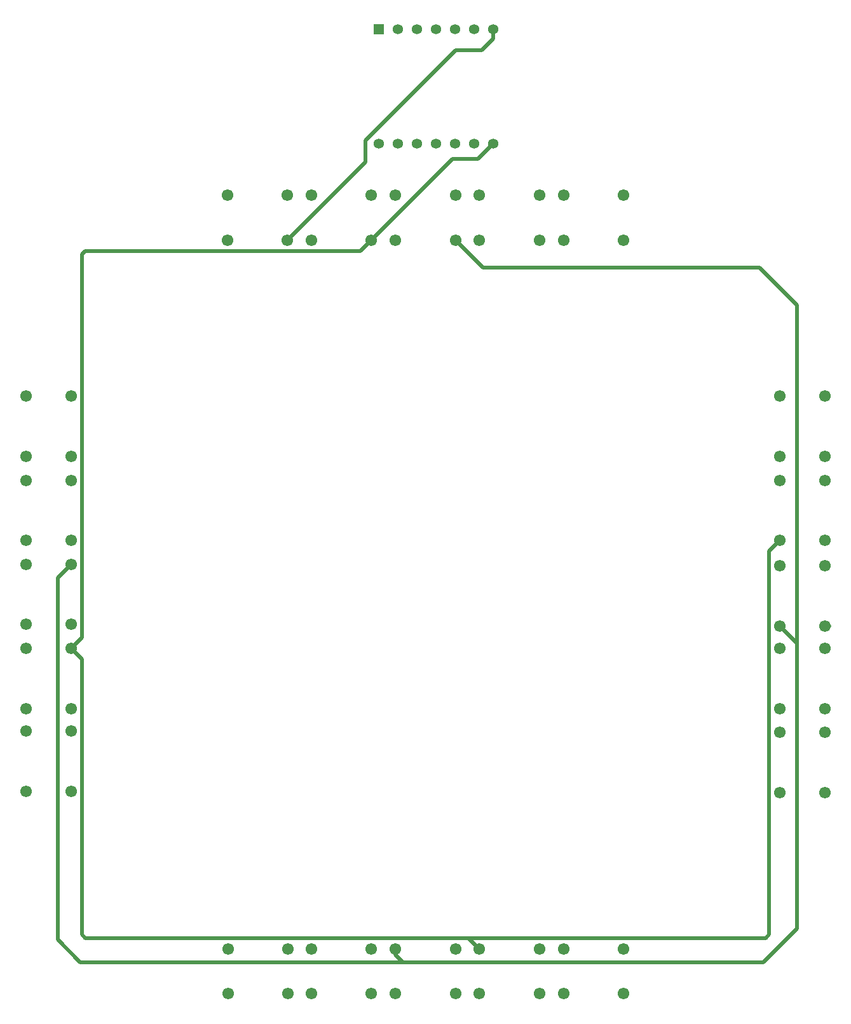
<source format=gbr>
%TF.GenerationSoftware,KiCad,Pcbnew,9.0.2-9.0.2-0~ubuntu22.04.1*%
%TF.CreationDate,2025-06-17T17:34:02-07:00*%
%TF.ProjectId,ddi_1.2,6464695f-312e-4322-9e6b-696361645f70,rev?*%
%TF.SameCoordinates,Original*%
%TF.FileFunction,Copper,L2,Inr*%
%TF.FilePolarity,Positive*%
%FSLAX46Y46*%
G04 Gerber Fmt 4.6, Leading zero omitted, Abs format (unit mm)*
G04 Created by KiCad (PCBNEW 9.0.2-9.0.2-0~ubuntu22.04.1) date 2025-06-17 17:34:02*
%MOMM*%
%LPD*%
G01*
G04 APERTURE LIST*
%TA.AperFunction,ComponentPad*%
%ADD10C,1.549400*%
%TD*%
%TA.AperFunction,ComponentPad*%
%ADD11R,1.358000X1.358000*%
%TD*%
%TA.AperFunction,ComponentPad*%
%ADD12C,1.358000*%
%TD*%
%TA.AperFunction,Conductor*%
%ADD13C,0.500000*%
%TD*%
G04 APERTURE END LIST*
D10*
%TO.N,/B2*%
%TO.C,SW7*%
X203200000Y-84800000D03*
%TO.N,unconnected-(SW7-b-Pad2)*%
X197199997Y-84800000D03*
%TO.N,unconnected-(SW7-c-Pad3)*%
X203200000Y-92799999D03*
%TO.N,/X2*%
X197199997Y-92799999D03*
%TD*%
%TO.N,/B4*%
%TO.C,SW17*%
X96800000Y-115200000D03*
%TO.N,unconnected-(SW17-b-Pad2)*%
X102800003Y-115200000D03*
%TO.N,unconnected-(SW17-c-Pad3)*%
X96800000Y-107200001D03*
%TO.N,/X2*%
X102800003Y-107200001D03*
%TD*%
%TO.N,/B4*%
%TO.C,SW20*%
X96800000Y-81600000D03*
%TO.N,unconnected-(SW20-b-Pad2)*%
X102800003Y-81600000D03*
%TO.N,unconnected-(SW20-c-Pad3)*%
X96800000Y-73600001D03*
%TO.N,/X5*%
X102800003Y-73600001D03*
%TD*%
%TO.N,/B1*%
%TO.C,SW5*%
X168400000Y-46800000D03*
%TO.N,unconnected-(SW5-b-Pad2)*%
X168400000Y-52800003D03*
%TO.N,unconnected-(SW5-c-Pad3)*%
X176399999Y-46800000D03*
%TO.N,/X5*%
X176399999Y-52800003D03*
%TD*%
%TO.N,/B2*%
%TO.C,SW6*%
X203200000Y-73600000D03*
%TO.N,unconnected-(SW6-b-Pad2)*%
X197199997Y-73600000D03*
%TO.N,unconnected-(SW6-c-Pad3)*%
X203200000Y-81599999D03*
%TO.N,/X1*%
X197199997Y-81599999D03*
%TD*%
%TO.N,/B3*%
%TO.C,SW13*%
X153999999Y-153200000D03*
%TO.N,unconnected-(SW13-b-Pad2)*%
X153999999Y-147199997D03*
%TO.N,unconnected-(SW13-c-Pad3)*%
X146000000Y-153200000D03*
%TO.N,/X3*%
X146000000Y-147199997D03*
%TD*%
%TO.N,/B2*%
%TO.C,SW9*%
X203200000Y-107200000D03*
%TO.N,unconnected-(SW9-b-Pad2)*%
X197199997Y-107200000D03*
%TO.N,unconnected-(SW9-c-Pad3)*%
X203200000Y-115199999D03*
%TO.N,/X4*%
X197199997Y-115199999D03*
%TD*%
%TO.N,/B2*%
%TO.C,SW8*%
X203200000Y-96200000D03*
%TO.N,unconnected-(SW8-b-Pad2)*%
X197199997Y-96200000D03*
%TO.N,unconnected-(SW8-c-Pad3)*%
X203200000Y-104199999D03*
%TO.N,/X3*%
X197199997Y-104199999D03*
%TD*%
%TO.N,/B3*%
%TO.C,SW12*%
X165199999Y-153200000D03*
%TO.N,unconnected-(SW12-b-Pad2)*%
X165199999Y-147199997D03*
%TO.N,unconnected-(SW12-c-Pad3)*%
X157200000Y-153200000D03*
%TO.N,/X2*%
X157200000Y-147199997D03*
%TD*%
%TO.N,/B1*%
%TO.C,SW1*%
X123600000Y-46800000D03*
%TO.N,unconnected-(SW1-b-Pad2)*%
X123600000Y-52800003D03*
%TO.N,unconnected-(SW1-c-Pad3)*%
X131599999Y-46800000D03*
%TO.N,/X1*%
X131599999Y-52800003D03*
%TD*%
%TO.N,/B4*%
%TO.C,SW18*%
X96800000Y-104000000D03*
%TO.N,unconnected-(SW18-b-Pad2)*%
X102800003Y-104000000D03*
%TO.N,unconnected-(SW18-c-Pad3)*%
X96800000Y-96000001D03*
%TO.N,/X3*%
X102800003Y-96000001D03*
%TD*%
%TO.N,/B3*%
%TO.C,SW15*%
X131699999Y-153200000D03*
%TO.N,unconnected-(SW15-b-Pad2)*%
X131699999Y-147199997D03*
%TO.N,unconnected-(SW15-c-Pad3)*%
X123700000Y-153200000D03*
%TO.N,/X5*%
X123700000Y-147199997D03*
%TD*%
%TO.N,/B1*%
%TO.C,SW2*%
X134800000Y-46800000D03*
%TO.N,unconnected-(SW2-b-Pad2)*%
X134800000Y-52800003D03*
%TO.N,unconnected-(SW2-c-Pad3)*%
X142799999Y-46800000D03*
%TO.N,/X2*%
X142799999Y-52800003D03*
%TD*%
%TO.N,/B1*%
%TO.C,SW3*%
X146000000Y-46800000D03*
%TO.N,unconnected-(SW3-b-Pad2)*%
X146000000Y-52800003D03*
%TO.N,unconnected-(SW3-c-Pad3)*%
X153999999Y-46800000D03*
%TO.N,/X3*%
X153999999Y-52800003D03*
%TD*%
%TO.N,/B3*%
%TO.C,SW11*%
X176399999Y-153200000D03*
%TO.N,unconnected-(SW11-b-Pad2)*%
X176399999Y-147199997D03*
%TO.N,unconnected-(SW11-c-Pad3)*%
X168400000Y-153200000D03*
%TO.N,/X1*%
X168400000Y-147199997D03*
%TD*%
%TO.N,/B4*%
%TO.C,SW16*%
X96800000Y-126200000D03*
%TO.N,unconnected-(SW16-b-Pad2)*%
X102800003Y-126200000D03*
%TO.N,unconnected-(SW16-c-Pad3)*%
X96800000Y-118200001D03*
%TO.N,/X1*%
X102800003Y-118200001D03*
%TD*%
%TO.N,/B3*%
%TO.C,SW14*%
X142799999Y-153200000D03*
%TO.N,unconnected-(SW14-b-Pad2)*%
X142799999Y-147199997D03*
%TO.N,unconnected-(SW14-c-Pad3)*%
X134800000Y-153200000D03*
%TO.N,/X4*%
X134800000Y-147199997D03*
%TD*%
%TO.N,/B4*%
%TO.C,SW19*%
X96800000Y-92800000D03*
%TO.N,unconnected-(SW19-b-Pad2)*%
X102800003Y-92800000D03*
%TO.N,unconnected-(SW19-c-Pad3)*%
X96800000Y-84800001D03*
%TO.N,/X4*%
X102800003Y-84800001D03*
%TD*%
%TO.N,/B1*%
%TO.C,SW4*%
X157200000Y-46800000D03*
%TO.N,unconnected-(SW4-b-Pad2)*%
X157200000Y-52800003D03*
%TO.N,unconnected-(SW4-c-Pad3)*%
X165199999Y-46800000D03*
%TO.N,/X4*%
X165199999Y-52800003D03*
%TD*%
%TO.N,/B2*%
%TO.C,SW10*%
X203200000Y-118400000D03*
%TO.N,unconnected-(SW10-b-Pad2)*%
X197199997Y-118400000D03*
%TO.N,unconnected-(SW10-c-Pad3)*%
X203200000Y-126399999D03*
%TO.N,/X5*%
X197199997Y-126399999D03*
%TD*%
D11*
%TO.N,/B1*%
%TO.C,U1*%
X143760000Y-24760000D03*
D12*
%TO.N,/B2*%
X146300000Y-24760000D03*
%TO.N,/B3*%
X148840000Y-24760000D03*
%TO.N,/B4*%
X151380000Y-24760000D03*
%TO.N,unconnected-(U1-PA8_A4_D4_SDA-Pad5)*%
X153920000Y-24760000D03*
%TO.N,unconnected-(U1-PA9_A5_D5_SCL-Pad6)*%
X156460000Y-24760000D03*
%TO.N,/X1*%
X159000000Y-24760000D03*
%TO.N,/X2*%
X159000000Y-40000000D03*
%TO.N,/X3*%
X156460000Y-40000000D03*
%TO.N,/X4*%
X153920000Y-40000000D03*
%TO.N,/X5*%
X151380000Y-40000000D03*
%TO.N,unconnected-(U1-3V3-Pad12)*%
X148840000Y-40000000D03*
%TO.N,unconnected-(U1-GND-Pad13)*%
X146300000Y-40000000D03*
%TO.N,unconnected-(U1-5V-Pad14)*%
X143760000Y-40000000D03*
%TD*%
D13*
%TO.N,/X1*%
X154000000Y-27500000D02*
X157500000Y-27500000D01*
X142000000Y-42400002D02*
X142000000Y-39500000D01*
X157500000Y-27500000D02*
X159000000Y-26000000D01*
X131599999Y-52800003D02*
X142000000Y-42400002D01*
X142000000Y-39500000D02*
X154000000Y-27500000D01*
X159000000Y-26000000D02*
X159000000Y-24760000D01*
%TO.N,/X2*%
X157029998Y-41970002D02*
X159000000Y-40000000D01*
X155751003Y-145751000D02*
X195311074Y-145751000D01*
X195311074Y-145751000D02*
X195751000Y-145311074D01*
X104249000Y-105751004D02*
X102800003Y-107200001D01*
X104688926Y-54249000D02*
X104249000Y-54688926D01*
X104249000Y-145311074D02*
X104688926Y-145751000D01*
X153630000Y-41970002D02*
X157029998Y-41970002D01*
X102800003Y-107200001D02*
X104249000Y-108648998D01*
X104249000Y-108648998D02*
X104249000Y-145311074D01*
X141351002Y-54249000D02*
X104688926Y-54249000D01*
X142799999Y-52800003D02*
X141351002Y-54249000D01*
X195751000Y-94248996D02*
X197199997Y-92799999D01*
X155751003Y-145751000D02*
X157200000Y-147199997D01*
X104249000Y-54688926D02*
X104249000Y-105751004D01*
X104688926Y-145751000D02*
X155751003Y-145751000D01*
X195751000Y-145311074D02*
X195751000Y-94248996D01*
X142799999Y-52800003D02*
X153630000Y-41970002D01*
%TO.N,/X3*%
X101000000Y-146000000D02*
X104000000Y-149000000D01*
X147500000Y-149000000D02*
X195000000Y-149000000D01*
X102800003Y-96000001D02*
X101000000Y-97800004D01*
X194500000Y-56500000D02*
X157699996Y-56500000D01*
X157699996Y-56500000D02*
X153999999Y-52800003D01*
X199500000Y-144500000D02*
X199500000Y-106500002D01*
X199500000Y-61500000D02*
X194500000Y-56500000D01*
X104000000Y-149000000D02*
X147500000Y-149000000D01*
X199500000Y-106500002D02*
X197199997Y-104199999D01*
X146000000Y-148000000D02*
X147000000Y-149000000D01*
X101000000Y-97800004D02*
X101000000Y-146000000D01*
X146000000Y-147199997D02*
X146000000Y-148000000D01*
X147000000Y-149000000D02*
X147500000Y-149000000D01*
X195000000Y-149000000D02*
X199500000Y-144500000D01*
X199500000Y-106500002D02*
X199500000Y-61500000D01*
%TO.N,unconnected-(SW3-c-Pad3)*%
X153999999Y-46800000D02*
X154200000Y-46800000D01*
%TO.N,unconnected-(SW8-c-Pad3)*%
X203200000Y-104199999D02*
X203800001Y-104199999D01*
%TO.N,unconnected-(SW19-c-Pad3)*%
X96800000Y-84800001D02*
X97199999Y-84800001D01*
%TD*%
M02*

</source>
